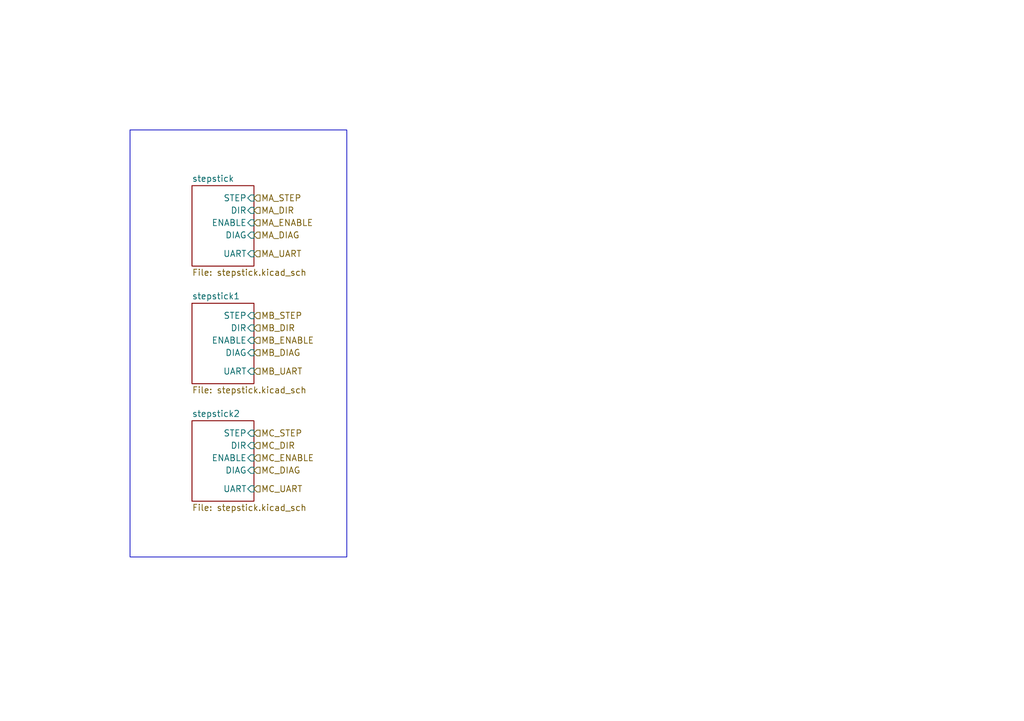
<source format=kicad_sch>
(kicad_sch
	(version 20250114)
	(generator "eeschema")
	(generator_version "9.0")
	(uuid "7ca83227-5b47-4bf2-a42c-9524469ae151")
	(paper "A5")
	(lib_symbols)
	(rectangle
		(start 26.67 26.67)
		(end 71.12 114.3)
		(stroke
			(width 0)
			(type default)
		)
		(fill
			(type none)
		)
		(uuid 38fb9329-4c78-4a4a-acb4-0b2bd12a48fc)
	)
	(hierarchical_label "MA_ENABLE"
		(shape input)
		(at 52.07 45.72 0)
		(effects
			(font
				(size 1.27 1.27)
			)
			(justify left)
		)
		(uuid "0b5c47f3-878f-4798-bbe1-c934354097e8")
	)
	(hierarchical_label "MB_DIAG"
		(shape input)
		(at 52.07 72.39 0)
		(effects
			(font
				(size 1.27 1.27)
			)
			(justify left)
		)
		(uuid "103de6cd-e4a6-4a95-8610-ae36dbaa059b")
	)
	(hierarchical_label "MC_DIR"
		(shape input)
		(at 52.07 91.44 0)
		(effects
			(font
				(size 1.27 1.27)
			)
			(justify left)
		)
		(uuid "15d326d6-4ba7-419d-99c9-01f28d155f14")
	)
	(hierarchical_label "MA_STEP"
		(shape input)
		(at 52.07 40.64 0)
		(effects
			(font
				(size 1.27 1.27)
			)
			(justify left)
		)
		(uuid "24df1ede-62de-4317-87ab-4525b84507a0")
	)
	(hierarchical_label "MC_STEP"
		(shape input)
		(at 52.07 88.9 0)
		(effects
			(font
				(size 1.27 1.27)
			)
			(justify left)
		)
		(uuid "3aff46f0-0825-4d44-98a8-745886f1fbc9")
	)
	(hierarchical_label "MC_DIAG"
		(shape input)
		(at 52.07 96.52 0)
		(effects
			(font
				(size 1.27 1.27)
			)
			(justify left)
		)
		(uuid "4d419be1-7667-4b4e-815e-6231cd3b3e1f")
	)
	(hierarchical_label "MA_DIAG"
		(shape input)
		(at 52.07 48.26 0)
		(effects
			(font
				(size 1.27 1.27)
			)
			(justify left)
		)
		(uuid "77acd8c6-acfd-41a8-af3f-152a0ff2efa3")
	)
	(hierarchical_label "MA_DIR"
		(shape input)
		(at 52.07 43.18 0)
		(effects
			(font
				(size 1.27 1.27)
			)
			(justify left)
		)
		(uuid "9669961f-01df-4a32-a844-9a2e0bb40bdc")
	)
	(hierarchical_label "MB_DIR"
		(shape input)
		(at 52.07 67.31 0)
		(effects
			(font
				(size 1.27 1.27)
			)
			(justify left)
		)
		(uuid "af622c65-4523-41bf-8ba1-4e982dbbad4d")
	)
	(hierarchical_label "MC_UART"
		(shape input)
		(at 52.07 100.33 0)
		(effects
			(font
				(size 1.27 1.27)
			)
			(justify left)
		)
		(uuid "cbf4fa2a-ce87-47e0-97bc-5335db66f293")
	)
	(hierarchical_label "MC_ENABLE"
		(shape input)
		(at 52.07 93.98 0)
		(effects
			(font
				(size 1.27 1.27)
			)
			(justify left)
		)
		(uuid "cc6eedfb-aef5-4d3c-ad1f-fad716bb81f3")
	)
	(hierarchical_label "MB_STEP"
		(shape input)
		(at 52.07 64.77 0)
		(effects
			(font
				(size 1.27 1.27)
			)
			(justify left)
		)
		(uuid "e2441431-6dbc-4b82-ac27-b4139a6b2208")
	)
	(hierarchical_label "MB_ENABLE"
		(shape input)
		(at 52.07 69.85 0)
		(effects
			(font
				(size 1.27 1.27)
			)
			(justify left)
		)
		(uuid "e761bd60-2d7e-40d2-a797-f285e7338aea")
	)
	(hierarchical_label "MA_UART"
		(shape input)
		(at 52.07 52.07 0)
		(effects
			(font
				(size 1.27 1.27)
			)
			(justify left)
		)
		(uuid "f1bc6f7f-d984-4bb6-af58-5996d92cbfa3")
	)
	(hierarchical_label "MB_UART"
		(shape input)
		(at 52.07 76.2 0)
		(effects
			(font
				(size 1.27 1.27)
			)
			(justify left)
		)
		(uuid "fbf3da71-ddef-4aeb-9e41-e3b1f8d3d4ec")
	)
	(sheet
		(at 39.37 86.36)
		(size 12.7 16.51)
		(exclude_from_sim no)
		(in_bom yes)
		(on_board yes)
		(dnp no)
		(fields_autoplaced yes)
		(stroke
			(width 0.1524)
			(type solid)
		)
		(fill
			(color 0 0 0 0.0000)
		)
		(uuid "870b9616-0713-440f-86ea-848a0e7cfb1d")
		(property "Sheetname" "stepstick2"
			(at 39.37 85.6484 0)
			(effects
				(font
					(size 1.27 1.27)
				)
				(justify left bottom)
			)
		)
		(property "Sheetfile" "stepstick.kicad_sch"
			(at 39.37 103.4546 0)
			(effects
				(font
					(size 1.27 1.27)
				)
				(justify left top)
			)
		)
		(pin "STEP" input
			(at 52.07 88.9 0)
			(uuid "72f75f25-2e93-4e60-a01c-d9469ce18e46")
			(effects
				(font
					(size 1.27 1.27)
				)
				(justify right)
			)
		)
		(pin "UART" input
			(at 52.07 100.33 0)
			(uuid "e5c3c199-e83a-4131-b85e-7447ae2f1126")
			(effects
				(font
					(size 1.27 1.27)
				)
				(justify right)
			)
		)
		(pin "DIR" input
			(at 52.07 91.44 0)
			(uuid "6ecfca93-e3b6-44d5-89ac-ec4b647e5815")
			(effects
				(font
					(size 1.27 1.27)
				)
				(justify right)
			)
		)
		(pin "ENABLE" input
			(at 52.07 93.98 0)
			(uuid "f90e7c3b-0c5c-4904-bac4-2d9b7bb74ef0")
			(effects
				(font
					(size 1.27 1.27)
				)
				(justify right)
			)
		)
		(pin "DIAG" input
			(at 52.07 96.52 0)
			(uuid "72129aab-49f5-4820-b0cc-1e48caa9417f")
			(effects
				(font
					(size 1.27 1.27)
				)
				(justify right)
			)
		)
		(instances
			(project "A1-Main-Board"
				(path "/9d813fc3-a6a1-4e23-ab17-d125b692e1a2/c4b8059d-0776-437d-bd29-86172f3939cd"
					(page "5")
				)
			)
		)
	)
	(sheet
		(at 39.37 62.23)
		(size 12.7 16.51)
		(exclude_from_sim no)
		(in_bom yes)
		(on_board yes)
		(dnp no)
		(fields_autoplaced yes)
		(stroke
			(width 0.1524)
			(type solid)
		)
		(fill
			(color 0 0 0 0.0000)
		)
		(uuid "9f561cc0-cecc-4b9d-8c7a-f3aaac7544b7")
		(property "Sheetname" "stepstick1"
			(at 39.37 61.5184 0)
			(effects
				(font
					(size 1.27 1.27)
				)
				(justify left bottom)
			)
		)
		(property "Sheetfile" "stepstick.kicad_sch"
			(at 39.37 79.3246 0)
			(effects
				(font
					(size 1.27 1.27)
				)
				(justify left top)
			)
		)
		(pin "STEP" input
			(at 52.07 64.77 0)
			(uuid "ef17101d-351d-447a-93b9-86662013170e")
			(effects
				(font
					(size 1.27 1.27)
				)
				(justify right)
			)
		)
		(pin "UART" input
			(at 52.07 76.2 0)
			(uuid "c8539ee6-396f-4566-8834-949b326dc021")
			(effects
				(font
					(size 1.27 1.27)
				)
				(justify right)
			)
		)
		(pin "DIR" input
			(at 52.07 67.31 0)
			(uuid "f32413df-b49d-4165-af7c-f804fc6d99c3")
			(effects
				(font
					(size 1.27 1.27)
				)
				(justify right)
			)
		)
		(pin "ENABLE" input
			(at 52.07 69.85 0)
			(uuid "dda1c5af-87c2-476f-96e3-45d20fc277e1")
			(effects
				(font
					(size 1.27 1.27)
				)
				(justify right)
			)
		)
		(pin "DIAG" input
			(at 52.07 72.39 0)
			(uuid "0cea106b-4ae3-47d2-a1d3-8b11b4483fa3")
			(effects
				(font
					(size 1.27 1.27)
				)
				(justify right)
			)
		)
		(instances
			(project "A1-Main-Board"
				(path "/9d813fc3-a6a1-4e23-ab17-d125b692e1a2/c4b8059d-0776-437d-bd29-86172f3939cd"
					(page "4")
				)
			)
		)
	)
	(sheet
		(at 39.37 38.1)
		(size 12.7 16.51)
		(exclude_from_sim no)
		(in_bom yes)
		(on_board yes)
		(dnp no)
		(fields_autoplaced yes)
		(stroke
			(width 0.1524)
			(type solid)
		)
		(fill
			(color 0 0 0 0.0000)
		)
		(uuid "c3aa2540-bff6-4275-a49d-0ccfa2e7a55c")
		(property "Sheetname" "stepstick"
			(at 39.37 37.3884 0)
			(effects
				(font
					(size 1.27 1.27)
				)
				(justify left bottom)
			)
		)
		(property "Sheetfile" "stepstick.kicad_sch"
			(at 39.37 55.1946 0)
			(effects
				(font
					(size 1.27 1.27)
				)
				(justify left top)
			)
		)
		(pin "STEP" input
			(at 52.07 40.64 0)
			(uuid "9b554cc0-f5d7-40b9-9352-c4a34c3a90f8")
			(effects
				(font
					(size 1.27 1.27)
				)
				(justify right)
			)
		)
		(pin "UART" input
			(at 52.07 52.07 0)
			(uuid "37437764-b87c-4110-9c37-b40a8fb1d745")
			(effects
				(font
					(size 1.27 1.27)
				)
				(justify right)
			)
		)
		(pin "DIR" input
			(at 52.07 43.18 0)
			(uuid "296020ad-0426-4fa0-bc0b-7f9bd557fe49")
			(effects
				(font
					(size 1.27 1.27)
				)
				(justify right)
			)
		)
		(pin "ENABLE" input
			(at 52.07 45.72 0)
			(uuid "b5a015d2-e6eb-4be2-88ba-d5b271e1a6b7")
			(effects
				(font
					(size 1.27 1.27)
				)
				(justify right)
			)
		)
		(pin "DIAG" input
			(at 52.07 48.26 0)
			(uuid "4a2ac1d8-f339-4e39-9e7d-c21b0c94bfd0")
			(effects
				(font
					(size 1.27 1.27)
				)
				(justify right)
			)
		)
		(instances
			(project "A1-Main-Board"
				(path "/9d813fc3-a6a1-4e23-ab17-d125b692e1a2/c4b8059d-0776-437d-bd29-86172f3939cd"
					(page "2")
				)
			)
		)
	)
)

</source>
